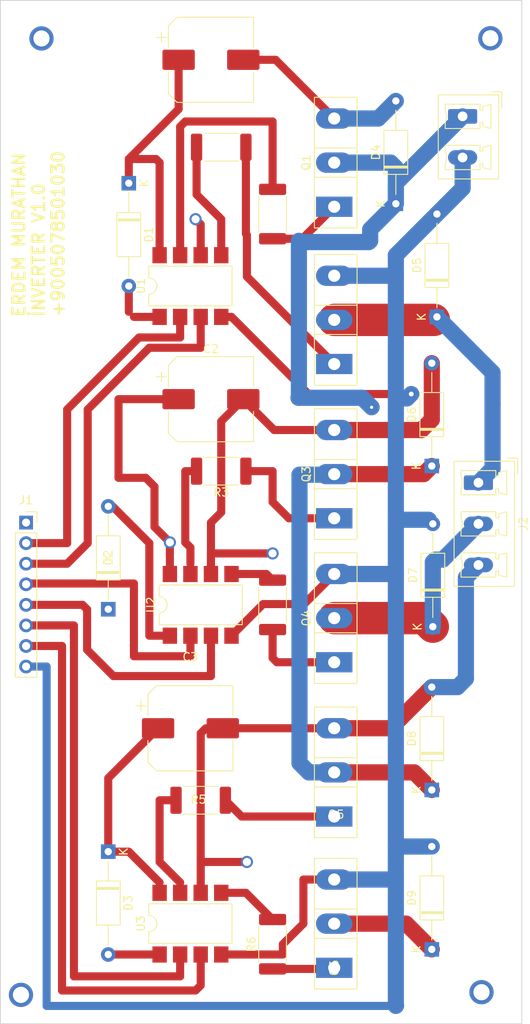
<source format=kicad_pcb>
(kicad_pcb (version 20221018) (generator pcbnew)
  (layers (0 "F.Cu" mixed "1.layer.Cu") (1 "In1.Cu" mixed "2.layer.Cu") (2 "In2.Cu" mixed "3.layer.Cu") (31 "B.Cu" mixed "4.layer.Cu") (34 "B.Paste" user) (35 "F.Paste" user) (36 "B.SilkS" user "B.Silkscreen") (37 "F.SilkS" user "F.Silkscreen") (38 "B.Mask" user) (39 "F.Mask" user) (44 "Edge.Cuts" user))
  (net 0 "")
  (net 1 "Net-(D1-K)")
  (net 2 "PHASE_1")
  (net 3 "Net-(D2-K)")
  (net 4 "PHASE_2")
  (net 5 "Net-(D3-K)")
  (net 6 "12V")
  (net 7 "48V")
  (net 8 "H_1")
  (net 9 "L_1")
  (net 10 "H_2")
  (net 11 "L_2")
  (net 12 "H_3")
  (net 13 "L_3")
  (net 14 "INPUT_3")
  (net 15 "INPUT_4")
  (net 16 "INPUT_5")
  (net 17 "INPUT_6")
  (net 18 "INPUT_1")
  (net 19 "INPUT_2")
  (net 20 "Net-(U1-HO)")
  (net 21 "Net-(U1-LO)")
  (net 22 "Net-(U2-HO)")
  (net 23 "Net-(U3-HO)")
  (net 24 "GND")
  (net 25 "Net-(U2-LO)")
  (net 26 "PHASE_3")
  (footprint "Package_TO_SOT_THT:TO-247-3_Vertical" (layer "F.Cu") (at 137.795 62.695 90)
    (fp_text reference "Q1" (at 5.45 -3.45 90) (layer "F.SilkS"))
    (fp_text value "IRF740" hide)
    (pad "1" thru_hole rect (at 0 0 90) (size 2.5 4.5) (drill 1.5) (layers "*.Cu" "*.Mask") (net 18 "INPUT_1"))
    (pad "2" thru_hole oval (at 5.45 0 90) (size 2.5 4.5) (drill 1.5) (layers "*.Cu" "*.Mask") (net 7 "48V"))
    (pad "3" thru_hole oval (at 10.9 0 90) (size 2.5 4.5) (drill 1.5) (layers "*.Cu" "*.Mask") (net 2 "PHASE_1"))
  )
  (footprint "Package_TO_SOT_THT:TO-247-3_Vertical" (layer "F.Cu") (at 137.795 137.995 90)
    (fp_text reference "Q5" (at 0.2525 0.24) (layer "F.SilkS"))
    (fp_text value "IRF740" hide)
    (pad "1" thru_hole rect (at 0 0 90) (size 2.5 4.5) (drill 1.5) (layers "*.Cu" "*.Mask") (net 16 "INPUT_5"))
    (pad "2" thru_hole oval (at 5.45 0 90) (size 2.5 4.5) (drill 1.5) (layers "*.Cu" "*.Mask") (net 7 "48V"))
    (pad "3" thru_hole oval (at 10.9 0 90) (size 2.5 4.5) (drill 1.5) (layers "*.Cu" "*.Mask") (net 26 "PHASE_3"))
  )
  (footprint "Connector_PinSocket_2.54mm:PinSocket_1x08_P2.54mm_Vertical" (layer "F.Cu") (at 99.695 101.695)
    (fp_text reference "J1" (at 0 -2.77) (layer "F.SilkS"))
    (fp_text value "Conn_01x08" hide)
    (pad "1" thru_hole rect (at 0 0) (size 1.7 1.7) (drill 1) (layers "*.Cu" "*.Mask") (net 6 "12V"))
    (pad "2" thru_hole oval (at 0 2.54) (size 1.7 1.7) (drill 1) (layers "*.Cu" "*.Mask") (net 8 "H_1"))
    (pad "3" thru_hole oval (at 0 5.08) (size 1.7 1.7) (drill 1) (layers "*.Cu" "*.Mask") (net 9 "L_1"))
    (pad "4" thru_hole oval (at 0 7.62) (size 1.7 1.7) (drill 1) (layers "*.Cu" "*.Mask") (net 10 "H_2"))
    (pad "5" thru_hole oval (at 0 10.16) (size 1.7 1.7) (drill 1) (layers "*.Cu" "*.Mask") (net 11 "L_2"))
    (pad "6" thru_hole oval (at 0 12.7) (size 1.7 1.7) (drill 1) (layers "*.Cu" "*.Mask") (net 12 "H_3"))
    (pad "7" thru_hole oval (at 0 15.24) (size 1.7 1.7) (drill 1) (layers "*.Cu" "*.Mask") (net 13 "L_3"))
    (pad "8" thru_hole oval (at 0 17.78) (size 1.7 1.7) (drill 1) (layers "*.Cu" "*.Mask") (net 24 "GND"))
  )
  (footprint "Diode_THT:D_A-405_P12.70mm_Horizontal" (layer "F.Cu") (at 149.987 114.554 90)
    (fp_text reference "D7" (at 6.35 -2.47 90) (layer "F.SilkS"))
    (fp_text value "1N47xxA")
    (fp_text user "K" (at 0 -1.9 90) (layer "F.SilkS"))
    (pad "1" thru_hole rect (at 0 0 90) (size 1.8 1.8) (drill 0.9) (layers "*.Cu" "*.Mask") (net 4 "PHASE_2"))
    (pad "2" thru_hole oval (at 12.7 0 90) (size 1.8 1.8) (drill 0.9) (layers "*.Cu" "*.Mask") (net 24 "GND"))
  )
  (footprint "Resistor_SMD:R_2512_6332Metric_Pad1.40x3.35mm_HandSolder" (layer "F.Cu") (at 130.175 111.855 90)
    (fp_text reference "R4" hide)
    (fp_text value "10")
    (pad "1" smd roundrect (at -3.05 0 90) (size 1.4 3.35) (layers "F.Cu" "F.Paste" "F.Mask") (roundrect_rratio 0.1785707143) (net 15 "INPUT_4"))
    (pad "2" smd roundrect (at 3.05 0 90) (size 1.4 3.35) (layers "F.Cu" "F.Paste" "F.Mask") (roundrect_rratio 0.1785707143) (net 25 "Net-(U2-LO)"))
  )
  (footprint "Diode_THT:D_A-405_P12.70mm_Horizontal" (layer "F.Cu") (at 149.86 154.4 90)
    (fp_text reference "D9" (at 6.35 -2.47 90) (layer "F.SilkS"))
    (fp_text value "1N47xxA")
    (fp_text user "K" (at 0 -1.9 90) (layer "F.SilkS"))
    (pad "1" thru_hole rect (at 0 0 90) (size 1.8 1.8) (drill 0.9) (layers "*.Cu" "*.Mask") (net 26 "PHASE_3"))
    (pad "2" thru_hole oval (at 12.7 0 90) (size 1.8 1.8) (drill 0.9) (layers "*.Cu" "*.Mask") (net 24 "GND"))
  )
  (footprint "Resistor_SMD:R_2512_6332Metric_Pad1.40x3.35mm_HandSolder" (layer "F.Cu") (at 130.175 153.765 90)
    (fp_text reference "R6" (at 0 -2.62 90) (layer "F.SilkS"))
    (fp_text value "10")
    (pad "1" smd roundrect (at -3.05 0 90) (size 1.4 3.35) (layers "F.Cu" "F.Paste" "F.Mask") (roundrect_rratio 0.1785707143) (net 17 "INPUT_6"))
    (pad "2" smd roundrect (at 3.05 0 90) (size 1.4 3.35) (layers "F.Cu" "F.Paste" "F.Mask") (roundrect_rratio 0.1785707143) (net 26 "PHASE_3"))
  )
  (footprint "Package_TO_SOT_THT:TO-247-3_Vertical" (layer "F.Cu") (at 137.795 101.165 90)
    (fp_text reference "Q3" (at 5.45 -3.45 90) (layer "F.SilkS"))
    (fp_text value "IRF740" hide)
    (pad "1" thru_hole rect (at 0 0 90) (size 2.5 4.5) (drill 1.5) (layers "*.Cu" "*.Mask") (net 14 "INPUT_3"))
    (pad "2" thru_hole oval (at 5.45 0 90) (size 2.5 4.5) (drill 1.5) (layers "*.Cu" "*.Mask") (net 7 "48V"))
    (pad "3" thru_hole oval (at 10.9 0 90) (size 2.5 4.5) (drill 1.5) (layers "*.Cu" "*.Mask") (net 4 "PHASE_2"))
  )
  (footprint "Diode_THT:D_A-405_P12.70mm_Horizontal" (layer "F.Cu") (at 149.86 134.715 90)
    (fp_text reference "D8" (at 6.35 -2.47 90) (layer "F.SilkS"))
    (fp_text value "1N47xxA")
    (fp_text user "K" (at 0 -1.9 90) (layer "F.SilkS"))
    (pad "1" thru_hole rect (at 0 0 90) (size 1.8 1.8) (drill 0.9) (layers "*.Cu" "*.Mask") (net 7 "48V"))
    (pad "2" thru_hole oval (at 12.7 0 90) (size 1.8 1.8) (drill 0.9) (layers "*.Cu" "*.Mask") (net 26 "PHASE_3"))
  )
  (footprint "Package_TO_SOT_THT:TO-247-3_Vertical" (layer "F.Cu") (at 137.795 118.945 90)
    (fp_text reference "Q4" (at 5.45 -3.45 90) (layer "F.SilkS"))
    (fp_text value "IRF740")
    (pad "1" thru_hole rect (at 0 0 90) (size 2.5 4.5) (drill 1.5) (layers "*.Cu" "*.Mask") (net 15 "INPUT_4"))
    (pad "2" thru_hole oval (at 5.45 0 90) (size 2.5 4.5) (drill 1.5) (layers "*.Cu" "*.Mask") (net 4 "PHASE_2"))
    (pad "3" thru_hole oval (at 10.9 0 90) (size 2.5 4.5) (drill 1.5) (layers "*.Cu" "*.Mask") (net 24 "GND"))
  )
  (footprint "Capacitor_SMD:CP_Elec_10x10" (layer "F.Cu") (at 120.015 127.095)
    (fp_text reference "C3" (at 0 -8.8) (layer "F.SilkS"))
    (fp_text value "0.1u")
    (pad "1" smd roundrect (at -4 0) (size 4 2.5) (layers "F.Cu" "F.Paste" "F.Mask") (roundrect_rratio 0.1) (net 5 "Net-(D3-K)"))
    (pad "2" smd roundrect (at 4 0) (size 4 2.5) (layers "F.Cu" "F.Paste" "F.Mask") (roundrect_rratio 0.1) (net 26 "PHASE_3"))
  )
  (footprint "Resistor_SMD:R_2512_6332Metric_Pad1.40x3.35mm_HandSolder" (layer "F.Cu") (at 123.825 95.345 180)
    (fp_text reference "R3" (at 0 -2.62) (layer "F.SilkS"))
    (fp_text value "10")
    (pad "1" smd roundrect (at -3.05 0 180) (size 1.4 3.35) (layers "F.Cu" "F.Paste" "F.Mask") (roundrect_rratio 0.1785707143) (net 14 "INPUT_3"))
    (pad "2" smd roundrect (at 3.05 0 180) (size 1.4 3.35) (layers "F.Cu" "F.Paste" "F.Mask") (roundrect_rratio 0.1785707143) (net 22 "Net-(U2-HO)"))
  )
  (footprint "Package_TO_SOT_THT:TO-247-3_Vertical" (layer "F.Cu") (at 137.795 156.675 90)
    (fp_text reference "Q6" (at 0 0 90) (layer "F.SilkS"))
    (fp_text value "IRF740")
    (pad "1" thru_hole rect (at 0 0 90) (size 2.5 4.5) (drill 1.5) (layers "*.Cu" "*.Mask") (net 17 "INPUT_6"))
    (pad "2" thru_hole oval (at 5.45 0 90) (size 2.5 4.5) (drill 1.5) (layers "*.Cu" "*.Mask") (net 26 "PHASE_3"))
    (pad "3" thru_hole oval (at 10.9 0 90) (size 2.5 4.5) (drill 1.5) (layers "*.Cu" "*.Mask") (net 24 "GND"))
  )
  (footprint "Package_DIP:SMDIP-8_W7.62mm" (layer "F.Cu") (at 120.015 151.225 90)
    (fp_text reference "U3" (at 0 -6.14 90) (layer "F.SilkS"))
    (fp_text value "IR2101" hide)
    (pad "1" smd rect (at -3.81 -3.81 90) (size 2 1.78) (layers "F.Cu" "F.Paste" "F.Mask") (net 6 "12V"))
    (pad "2" smd rect (at -3.81 -1.27 90) (size 2 1.78) (layers "F.Cu" "F.Paste" "F.Mask") (net 12 "H_3"))
    (pad "3" smd rect (at -3.81 1.27 90) (size 2 1.78) (layers "F.Cu" "F.Paste" "F.Mask") (net 13 "L_3"))
    (pad "4" smd rect (at -3.81 3.81 90) (size 2 1.78) (layers "F.Cu" "F.Paste" "F.Mask") (net 24 "GND"))
    (pad "5" smd rect (at 3.81 3.81 90) (size 2 1.78) (layers "F.Cu" "F.Paste" "F.Mask") (net 26 "PHASE_3"))
    (pad "6" smd rect (at 3.81 1.27 90) (size 2 1.78) (layers "F.Cu" "F.Paste" "F.Mask") (net 26 "PHASE_3"))
    (pad "7" smd rect (at 3.81 -1.27 90) (size 2 1.78) (layers "F.Cu" "F.Paste" "F.Mask") (net 23 "Net-(U3-HO)"))
    (pad "8" smd rect (at 3.81 -3.81 90) (size 2 1.78) (layers "F.Cu" "F.Paste" "F.Mask") (net 5 "Net-(D3-K)"))
  )
  (footprint "Connector_Phoenix_MC_HighVoltage:PhoenixContact_MCV_1,5_3-G-5.08_1x03_P5.08mm_Vertical" (layer "F.Cu") (at 155.6258 96.774 -90)
    (fp_text reference "J2" (at 5.08 -5.55 90) (layer "F.SilkS"))
    (fp_text value "~" hide)
    (pad "1" thru_hole roundrect (at 0 0 270) (size 1.8 3.6) (drill 1.2) (layers "*.Cu" "*.Mask") (roundrect_rratio 0.1388888889) (net 2 "PHASE_1"))
    (pad "2" thru_hole oval (at 5.08 0 270) (size 1.8 3.6) (drill 1.2) (layers "*.Cu" "*.Mask") (net 4 "PHASE_2"))
    (pad "3" thru_hole oval (at 10.16 0 270) (size 1.8 3.6) (drill 1.2) (layers "*.Cu" "*.Mask") (net 26 "PHASE_3"))
  )
  (footprint "Connector_Phoenix_MC_HighVoltage:PhoenixContact_MCV_1,5_2-G-5.08_1x02_P5.08mm_Vertical" (layer "F.Cu") (at 153.67 51.53 -90)
    (fp_text reference "J3" hide)
    (fp_text value "~")
    (pad "1" thru_hole roundrect (at 0 0 270) (size 1.8 3.6) (drill 1.2) (layers "*.Cu" "*.Mask") (roundrect_rratio 0.1388888889) (net 7 "48V"))
    (pad "2" thru_hole oval (at 5.08 0 270) (size 1.8 3.6) (drill 1.2) (layers "*.Cu" "*.Mask") (net 24 "GND"))
  )
  (footprint "Diode_THT:D_A-405_P12.70mm_Horizontal" (layer "F.Cu") (at 150.495 76.295 90)
    (fp_text reference "D5" (at 6.35 -2.47 90) (layer "F.SilkS"))
    (fp_text value "1N47xxA")
    (fp_text user "K" (at 0 -1.9 90) (layer "F.SilkS"))
    (pad "1" thru_hole rect (at 0 0 90) (size 1.8 1.8) (drill 0.9) (layers "*.Cu" "*.Mask") (net 2 "PHASE_1"))
    (pad "2" thru_hole oval (at 12.7 0 90) (size 1.8 1.8) (drill 0.9) (layers "*.Cu" "*.Mask") (net 24 "GND"))
  )
  (footprint "Resistor_SMD:R_2512_6332Metric_Pad1.40x3.35mm_HandSolder" (layer "F.Cu") (at 121.285 135.985 180)
    (fp_text reference "R5" (at 0.2925 0.09) (layer "F.SilkS"))
    (fp_text value "10")
    (pad "1" smd roundrect (at -3.05 0 180) (size 1.4 3.35) (layers "F.Cu" "F.Paste" "F.Mask") (roundrect_rratio 0.1785707143) (net 16 "INPUT_5"))
    (pad "2" smd roundrect (at 3.05 0 180) (size 1.4 3.35) (layers "F.Cu" "F.Paste" "F.Mask") (roundrect_rratio 0.1785707143) (net 23 "Net-(U3-HO)"))
  )
  (footprint "Diode_THT:D_A-405_P12.70mm_Horizontal" (layer "F.Cu") (at 145.415 62.325 90)
    (fp_text reference "D4" (at 6.35 -2.47 90) (layer "F.SilkS"))
    (fp_text value "1N47xxA" hide)
    (fp_text user "K" (at 0 -1.9 90) (layer "F.SilkS"))
    (pad "1" thru_hole rect (at 0 0 90) (size 1.8 1.8) (drill 0.9) (layers "*.Cu" "*.Mask") (net 7 "48V"))
    (pad "2" thru_hole oval (at 12.7 0 90) (size 1.8 1.8) (drill 0.9) (layers "*.Cu" "*.Mask") (net 2 "PHASE_1"))
  )
  (footprint "Diode_THT:D_A-405_P12.70mm_Horizontal" (layer "F.Cu") (at 109.855 142.335 -90)
    (fp_text reference "D3" (at 6.35 -2.47 90) (layer "F.SilkS"))
    (fp_text value "1N47xxA")
    (fp_text user "K" (at 0 -1.9 90) (layer "F.SilkS"))
    (pad "1" thru_hole rect (at 0 0 270) (size 1.8 1.8) (drill 0.9) (layers "*.Cu" "*.Mask") (net 5 "Net-(D3-K)"))
    (pad "2" thru_hole oval (at 12.7 0 270) (size 1.8 1.8) (drill 0.9) (layers "*.Cu" "*.Mask") (net 6 "12V"))
  )
  (footprint "Resistor_SMD:R_2512_6332Metric_Pad1.40x3.35mm_HandSolder" (layer "F.Cu") (at 130.175 63.595 90)
    (fp_text reference "R1" hide)
    (fp_text value "10" hide)
    (pad "1" smd roundrect (at -3.05 0 90) (size 1.4 3.35) (layers "F.Cu" "F.Paste" "F.Mask") (roundrect_rratio 0.1785707143) (net 18 "INPUT_1"))
    (pad "2" smd roundrect (at 3.05 0 90) (size 1.4 3.35) (layers "F.Cu" "F.Paste" "F.Mask") (roundrect_rratio 0.1785707143) (net 20 "Net-(U1-HO)"))
  )
  (footprint "Diode_THT:D_A-405_P12.70mm_Horizontal" (layer "F.Cu") (at 109.855 112.395 90)
    (fp_text reference "D2" (at 6.35 0 90) (layer "F.SilkS"))
    (fp_text value "1N47xxA")
    (fp_text user "K" (at 6.35 0.005 90) (layer "F.SilkS"))
    (pad "1" thru_hole rect (at 0 0 90) (size 1.8 1.8) (drill 0.9) (layers "*.Cu" "*.Mask") (net 3 "Net-(D2-K)"))
    (pad "2" thru_hole oval (at 12.7 0 90) (size 1.8 1.8) (drill 0.9) (layers "*.Cu" "*.Mask") (net 6 "12V"))
  )
  (footprint "Resistor_SMD:R_2512_6332Metric_Pad1.40x3.35mm_HandSolder" (layer "F.Cu") (at 123.825 55.34 180)
    (fp_text reference "R2" hide)
    (fp_text value "10")
    (pad "1" smd roundrect (at -3.05 0 180) (size 1.4 3.35) (layers "F.Cu" "F.Paste" "F.Mask") (roundrect_rratio 0.1785707143) (net 19 "INPUT_2"))
    (pad "2" smd roundrect (at 3.05 0 180) (size 1.4 3.35) (layers "F.Cu" "F.Paste" "F.Mask") (roundrect_rratio 0.1785707143) (net 21 "Net-(U1-LO)"))
  )
  (footprint "Capacitor_SMD:CP_Elec_10x10" (layer "F.Cu") (at 122.555 44.545)
    (fp_text reference "C1" hide)
    (fp_text value "0.1u")
    (pad "1" smd roundrect (at -4 0) (size 4 2.5) (layers "F.Cu" "F.Paste" "F.Mask") (roundrect_rratio 0.1) (net 1 "Net-(D1-K)"))
    (pad "2" smd roundrect (at 4 0) (size 4 2.5) (layers "F.Cu" "F.Paste" "F.Mask") (roundrect_rratio 0.1) (net 2 "PHASE_1"))
  )
  (footprint "Capacitor_SMD:CP_Elec_10x10" (layer "F.Cu") (at 122.555 86.455)
    (fp_text reference "C2" (at 0 -6.2) (layer "F.SilkS"))
    (fp_text value "0.1u")
    (pad "1" smd roundrect (at -4 0) (size 4 2.5) (layers "F.Cu" "F.Paste" "F.Mask") (roundrect_rratio 0.1) (net 3 "Net-(D2-K)"))
    (pad "2" smd roundrect (at 4 0) (size 4 2.5) (layers "F.Cu" "F.Paste" "F.Mask") (roundrect_rratio 0.1) (net 4 "PHASE_2"))
  )
  (footprint "Package_DIP:SMDIP-8_W7.62mm" (layer "F.Cu") (at 121.285 111.855 90)
    (fp_text reference "U2" (at 0 -6.14 90) (layer "F.SilkS"))
    (fp_text value "IR2101")
    (pad "1" smd rect (at -3.81 -3.81 90) (size 2 1.78) (layers "F.Cu" "F.Paste" "F.Mask") (net 6 "12V"))
    (pad "2" smd rect (at -3.81 -1.27 90) (size 2 1.78) (layers "F.Cu" "F.Paste" "F.Mask") (net 10 "H_2"))
    (pad "3" smd rect (at -3.81 1.27 90) (size 2 1.78) (layers "F.Cu" "F.Paste" "F.Mask") (net 11 "L_2"))
    (pad "4" smd rect (at -3.81 3.81 90) (size 2 1.78) (layers "F.Cu" "F.Paste" "F.Mask") (net 24 "GND"))
    (pad "5" smd rect (at 3.81 3.81 90) (size 2 1.78) (layers "F.Cu" "F.Paste" "F.Mask") (net 25 "Net-(U2-LO)"))
    (pad "6" smd rect (at 3.81 1.27 90) (size 2 1.78) (layers "F.Cu" "F.Paste" "F.Mask") (net 4 "PHASE_2"))
    (pad "7" smd rect (at 3.81 -1.27 90) (size 2 1.78) (layers "F.Cu" "F.Paste" "F.Mask") (net 22 "Net-(U2-HO)"))
    (pad "8" smd rect (at 3.81 -3.81 90) (size 2 1.78) (layers "F.Cu" "F.Paste" "F.Mask") (net 3 "Net-(D2-K)"))
  )
  (footprint "Diode_THT:D_A-405_P12.70mm_Horizontal" (layer "F.Cu") (at 112.395 59.785 -90)
    (fp_text reference "D1" (at 6.35 -2.47 -90) (layer "F.SilkS"))
    (fp_text value "1N47xxA")
    (fp_text user "K" (at 0 -1.9 -90) (layer "F.SilkS"))
    (pad "1" thru_hole rect (at 0 0 270) (size 1.8 1.8) (drill 0.9) (layers "*.Cu" "*.Mask") (net 1 "Net-(D1-K)"))
    (pad "2" thru_hole oval (at 12.7 0 270) (size 1.8 1.8) (drill 0.9) (layers "*.Cu" "*.Mask") (net 6 "12V"))
  )
  (footprint "Package_DIP:SMDIP-8_W7.62mm" (layer "F.Cu") (at 120.015 72.485 90)
    (fp_text reference "U1" (at 0 -6.14 90) (layer "F.SilkS"))
    (fp_text value "IR2101")
    (pad "1" smd rect (at -3.81 -3.81 90) (size 2 1.78) (layers "F.Cu" "F.Paste" "F.Mask") (net 6 "12V"))
    (pad "2" smd rect (at -3.81 -1.27 90) (size 2 1.78) (layers "F.Cu" "F.Paste" "F.Mask") (net 8 "H_1"))
    (pad "3" smd rect (at -3.81 1.27 90) (size 2 1.78) (layers "F.Cu" "F.Paste" "F.Mask") (net 9 "L_1"))
    (pad "4" smd rect (at -3.81 3.81 90) (size 2 1.78) (layers "F.Cu" "F.Paste" "F.Mask") (net 24 "GND"))
    (pad "5" smd rect (at 3.81 3.81 90) (size 2 1.78) (layers "F.Cu" "F.Paste" "F.Mask") (net 21 "Net-(U1-LO)"))
    (pad "6" smd rect (at 3.81 1.27 90) (size 2 1.78) (layers "F.Cu" "F.Paste" "F.Mask") (net 2 "PHASE_1"))
    (pad "7" smd rect (at 3.81 -1.27 90) (size 2 1.78) (layers "F.Cu" "F.Paste" "F.Mask") (net 20 "Net-(U1-HO)"))
    (pad "8" smd rect (at 3.81 -3.81 90) (size 2 1.78) (layers "F.Cu" "F.Paste" "F.Mask") (net 1 "Net-(D1-K)"))
  )
  (footprint "Diode_THT:D_A-405_P12.70mm_Horizontal" (layer "F.Cu") (at 149.86 94.71 90)
    (fp_text reference "D6" (at 6.35 -2.47 90) (layer "F.SilkS"))
    (fp_text value "1N47xxA")
    (fp_text user "K" (at 0 -1.9 90) (layer "F.SilkS"))
    (pad "1" thru_hole rect (at 0 0 90) (size 1.8 1.8) (drill 0.9) (layers "*.Cu" "*.Mask") (net 7 "48V"))
    (pad "2" thru_hole oval (at 12.7 0 90) (size 1.8 1.8) (drill 0.9) (layers "*.Cu" "*.Mask") (net 4 "PHASE_2"))
  )
  (footprint "Package_TO_SOT_THT:TO-247-3_Vertical" (layer "F.Cu") (at 137.795 82.115 90)
    (fp_text reference "Q2" hide)
    (fp_text value "IRF740" hide)
    (pad "1" thru_hole rect (at 0 0 90) (size 2.5 4.5) (drill 1.5) (layers "*.Cu" "*.Mask") (net 19 "INPUT_2"))
    (pad "2" thru_hole oval (at 5.45 0 90) (size 2.5 4.5) (drill 1.5) (layers "*.Cu" "*.Mask") (net 2 "PHASE_1"))
    (pad "3" thru_hole oval (at 10.9 0 90) (size 2.5 4.5) (drill 1.5) (layers "*.Cu" "*.Mask") (net 24 "GND"))
  )
  (gr_rect (start 96.52 37.211) (end 160.9852 163.576) (stroke (width 0.1)) (fill none) (layer "Edge.Cuts"))
  (gr_text "ERDEM MURATHAN \nİNVERTER V1.0\n+9005078501030" (at 104.521 76.454 90) (layer "F.SilkS") (effects (font (size 1.5 1.5) (thickness 0.3) bold) (justify left bottom)))
  (via (at 157.099 41.8846) (size 3) (drill 2) (layers "F.Cu" "B.Cu") (net 0))
  (via (at 156.0068 159.6898) (size 3) (drill 2) (layers "F.Cu" "B.Cu") (net 0))
  (via (at 101.6 41.91) (size 3) (drill 2) (layers "F.Cu" "B.Cu") (net 0))
  (via (at 99.06 160.02) (size 3) (drill 2) (layers "F.Cu" "B.Cu") (net 0))
  (segment (start 116.205 68.675) (end 116.205 57.245) (width 1) (layer "F.Cu") (net 1))
  (segment (start 115.7575 56.7975) (end 116.205 57.245) (width 1) (layer "F.Cu") (net 1))
  (segment (start 112.395 56.7975) (end 115.7575 56.7975) (width 1) (layer "F.Cu") (net 1))
  (segment (start 112.395 59.785) (end 112.395 56.7975) (width 1) (layer "F.Cu") (net 1))
  (segment (start 112.395 56.7975) (end 118.555 50.6375) (width 1) (layer "F.Cu") (net 1))
  (segment (start 118.555 50.6375) (end 118.555 44.545) (width 1) (layer "F.Cu") (net 1))
  (segment (start 126.555 44.545) (end 126.365 44.545) (width 0.25) (layer "F.Cu") (net 2))
  (segment (start 121.285 68.675) (end 121.285 64.865) (width 1) (layer "F.Cu") (net 2))
  (segment (start 150.125 76.665) (end 150.495 76.295) (width 2) (layer "F.Cu") (net 2))
  (segment (start 121.285 64.865) (end 120.65 64.23) (width 1) (layer "F.Cu") (net 2))
  (segment (start 130.545 44.545) (end 137.795 51.795) (width 1) (layer "F.Cu") (net 2))
  (segment (start 137.795 76.665) (end 150.125 76.665) (width 4) (layer "F.Cu") (net 2))
  (segment (start 126.555 44.545) (end 130.545 44.545) (width 1) (layer "F.Cu") (net 2))
  (via (at 120.65 64.23) (size 1.5) (drill 1) (layers "F.Cu" "B.Cu") (net 2))
  (segment (start 137.795 51.795) (end 143.245 51.795) (width 2) (layer "B.Cu") (net 2))
  (segment (start 157.3725 83.1725) (end 157.3725 87.09) (width 2) (layer "B.Cu") (net 2))
  (segment (start 157.3725 95.0273) (end 155.6258 96.774) (width 2) (layer "B.Cu") (net 2))
  (segment (start 157.3725 86.9825) (end 157.3725 95.0273) (width 2) (layer "B.Cu") (net 2))
  (segment (start 143.245 51.795) (end 145.415 49.625) (width 2) (layer "B.Cu") (net 2))
  (segment (start 150.495 76.295) (end 157.3725 83.1725) (width 2) (layer "B.Cu") (net 2))
  (segment (start 117.475 104.14) (end 117.475 108.045) (width 1) (layer "F.Cu") (net 3))
  (segment (start 111.125 86.455) (end 118.555 86.455) (width 1) (layer "F.Cu") (net 3))
  (segment (start 115.57 102.235) (end 115.57 97.25) (width 1) (layer "F.Cu") (net 3))
  (segment (start 115.57 97.25) (end 114.4875 96.1675) (width 1) (layer "F.Cu") (net 3))
  (segment (start 111.125 96.1675) (end 111.125 86.455) (width 1) (layer "F.Cu") (net 3))
  (segment (start 114.4875 96.1675) (end 111.125 96.1675) (width 1) (layer "F.Cu") (net 3))
  (segment (start 117.475 104.14) (end 115.57 102.235) (width 1) (layer "F.Cu") (net 3))
  (via (at 117.475 104.14) (size 1.5) (drill 1) (layers "F.Cu" "B.Cu") (net 3))
  (segment (start 122.555 101.695) (end 122.555 108.045) (width 1) (layer "F.Cu") (net 4))
  (segment (start 123.825 100.425) (end 122.555 101.695) (width 1) (layer "F.Cu") (net 4))
  (segment (start 130.365 90.265) (end 137.795 90.265) (width 1) (layer "F.Cu") (net 4))
  (segment (start 137.795 113.495) (end 148.928 113.495) (width 4) (layer "F.Cu") (net 4))
  (segment (start 123.825 89.185) (end 123.825 100.425) (width 1) (layer "F.Cu") (net 4))
  (segment (start 126.555 86.455) (end 130.365 90.265) (width 1) (layer "F.Cu") (net 4))
  (segment (start 137.795 90.265) (end 148.59 90.265) (width 2) (layer "F.Cu") (net 4))
  (segment (start 122.555 105.505) (end 130.175 105.505) (width 1) (layer "F.Cu") (net 4))
  (segment (start 149.86 88.995) (end 149.86 82.01) (width 2) (layer "F.Cu") (net 4))
  (segment (start 126.555 86.455) (end 123.825 89.185) (width 1) (layer "F.Cu") (net 4))
  (segment (start 148.59 90.265) (end 149.86 88.995) (width 2) (layer "F.Cu") (net 4))
  (segment (start 122.555 108.045) (end 122.555 105.505) (width 1) (layer "F.Cu") (net 4))
  (segment (start 148.928 113.495) (end 149.987 114.554) (width 4) (layer "F.Cu") (net 4))
  (via (at 130.175 105.505) (size 1.5) (drill 1) (layers "F.Cu" "B.Cu") (net 4))
  (segment (start 149.987 106.5784) (end 150.2918 106.2736) (width 2) (layer "B.Cu") (net 4))
  (segment (start 149.987 114.554) (end 149.987 106.5784) (width 2) (layer "B.Cu") (net 4))
  (segment (start 150.2918 106.2736) (end 151.2062 106.2736) (width 2) (layer "B.Cu") (net 4))
  (segment (start 151.2062 106.2736) (end 155.6258 101.854) (width 2) (layer "B.Cu") (net 4))
  (segment (start 116.015 127.095) (end 109.855 133.255) (width 1) (layer "F.Cu") (net 5))
  (segment (start 112.395 142.335) (end 116.205 146.145) (width 1) (layer "F.Cu") (net 5))
  (segment (start 109.855 133.255) (end 109.855 142.335) (width 1) (layer "F.Cu") (net 5))
  (segment (start 116.205 146.145) (end 116.205 147.415) (width 0.25) (layer "F.Cu") (net 5))
  (segment (start 109.855 142.335) (end 112.395 142.335) (width 1) (layer "F.Cu") (net 5))
  (segment (start 109.855 99.695) (end 110.395 99.695) (width 0.25) (layer "F.Cu") (net 6))
  (segment (start 114.935 115.665) (end 117.475 115.665) (width 1) (layer "F.Cu") (net 6))
  (segment (start 116.205 76.295) (end 113.03 76.295) (width 1) (layer "F.Cu") (net 6))
  (segment (start 110.395 99.695) (end 114.935 104.235) (width 1) (layer "F.Cu") (net 6))
  (segment (start 114.935 104.235) (end 114.935 115.665) (width 1) (layer "F.Cu") (net 6))
  (segment (start 116.205 155.035) (end 109.855 155.035) (width 1) (layer "F.Cu") (net 6))
  (segment (start 113.03 76.295) (end 112.395 75.66) (width 0.25) (layer "F.Cu") (net 6))
  (segment (start 112.395 75.66) (end 112.395 72.485) (width 1) (layer "F.Cu") (net 6))
  (segment (start 148.855 95.715) (end 149.86 94.71) (width 2) (layer "F.Cu") (net 7))
  (segment (start 137.795 95.715) (end 148.855 95.715) (width 2) (layer "F.Cu") (net 7))
  (segment (start 147.69 132.545) (end 149.86 134.715) (width 2) (layer "F.Cu") (net 7))
  (segment (start 137.795 132.545) (end 147.69 132.545) (width 2) (layer "F.Cu") (net 7))
  (via (at 142.4178 87.4522) (size 0.8) (drill 0.4) (layers "F.Cu" "B.Cu") (net 7))
  (segment (start 145.415 61.69) (end 145.415 62.325) (width 0.25) (layer "B.Cu") (net 7))
  (segment (start 133.5786 67.056) (end 133.4262 66.9036) (width 2) (layer "B.Cu") (net 7))
  (segment (start 133.4262 66.9036) (end 133.4262 86.233) (width 2) (layer "B.Cu") (net 7))
  (segment (start 145.415 57.88) (end 145.415 62.325) (width 2) (layer "B.Cu") (net 7))
  (segment (start 133.5024 95.7834) (end 137.7266 95.7834) (width 2) (layer "B.Cu") (net 7))
  (segment (start 153.67 51.53) (end 145.415 59.785) (width 2) (layer "B.Cu") (net 7))
  (segment (start 142.24 65.5) (end 142.24 66.9036) (width 2) (layer "B.Cu") (net 7))
  (segment (start 145.415 59.785) (end 145.415 61.69) (width 2) (layer "B.Cu") (net 7))
  (segment (start 142.24 66.9036) (end 142.0876 67.056) (width 2) (layer "B.Cu") (net 7))
  (segment (start 133.5024 131.3942) (end 133.5024 95.7834) (width 2) (layer "B.Cu") (net 7))
  (segment (start 137.795 132.545) (end 134.6532 132.545) (width 2) (layer "B.Cu") (net 7))
  (segment (start 145.415 62.325) (end 142.24 65.5) (width 2) (layer "B.Cu") (net 7))
  (segment (start 134.6532 132.545) (end 133.5024 131.3942) (width 2) (layer "B.Cu") (net 7))
  (segment (start 137.7266 95.7834) (end 137.795 95.715) (width 2) (layer "B.Cu") (net 7))
  (segment (start 133.3754 86.2838) (end 141.2494 86.2838) (width 2) (layer "B.Cu") (net 7))
  (segment (start 144.78 57.245) (end 145.415 57.88) (width 2) (layer "B.Cu") (net 7))
  (segment (start 133.4262 86.233) (end 133.3754 86.2838) (width 2) (layer "B.Cu") (net 7))
  (segment (start 141.2494 86.2838) (end 142.4178 87.4522) (width 2) (layer "B.Cu") (net 7))
  (segment (start 137.795 57.245) (end 144.78 57.245) (width 2) (layer "B.Cu") (net 7))
  (segment (start 142.0876 67.056) (end 133.5786 67.056) (width 2) (layer "B.Cu") (net 7))
  (segment (start 104.775 104.235) (end 104.775 87.725) (width 1) (layer "F.Cu") (net 8))
  (segment (start 118.745 78.835) (end 118.745 76.295) (width 1) (layer "F.Cu") (net 8))
  (segment (start 99.695 104.235) (end 104.775 104.235) (width 1) (layer "F.Cu") (net 8))
  (segment (start 104.775 87.725) (end 106.045 86.455) (width 1) (layer "F.Cu") (net 8))
  (segment (start 113.665 78.835) (end 118.745 78.835) (width 1) (layer "F.Cu") (net 8))
  (segment (start 106.045 86.455) (end 113.665 78.835) (width 1) (layer "F.Cu") (net 8))
  (segment (start 107.315 104.235) (end 107.315 87.725) (width 1) (layer "F.Cu") (net 9))
  (segment (start 121.285 80.105) (end 121.285 76.295) (width 1) (layer "F.Cu") (net 9))
  (segment (start 114.935 80.105) (end 121.285 80.105) (width 1) (layer "F.Cu") (net 9))
  (segment (start 104.775 106.775) (end 107.315 104.235) (width 1) (layer "F.Cu") (net 9))
  (segment (start 107.315 87.725) (end 114.935 80.105) (width 1) (layer "F.Cu") (net 9))
  (segment (start 99.695 106.775) (end 104.775 106.775) (width 1) (layer "F.Cu") (net 9))
  (segment (start 120.015 118.205) (end 120.015 115.665) (width 1) (layer "F.Cu") (net 10))
  (segment (start 113.03 118.205) (end 120.015 118.205) (width 1) (layer "F.Cu") (net 10))
  (segment (start 99.695 109.315) (end 99.79 109.22) (width 1) (layer "F.Cu") (net 10))
  (segment (start 99.79 109.22) (end 113.03 109.22) (width 1) (layer "F.Cu") (net 10))
  (segment (start 113.03 109.22) (end 113.03 118.205) (width 1) (layer "F.Cu") (net 10))
  (segment (start 107.2388 112.4138) (end 106.68 111.855) (width 1) (layer "F.Cu") (net 11))
  (segment (start 110.49 120.65) (end 107.2388 117.3988) (width 1) (layer "F.Cu") (net 11))
  (segment (start 122.555 115.665) (end 122.555 120.65) (width 1) (layer "F.Cu") (net 11))
  (segment (start 107.2388 117.3988) (end 107.2388 112.4138) (width 1) (layer "F.Cu") (net 11))
  (segment (start 106.68 111.855) (end 99.695 111.855) (width 1) (layer "F.Cu") (net 11))
  (segment (start 122.555 120.65) (end 110.49 120.65) (width 1) (layer "F.Cu") (net 11))
  (segment (start 118.745 155.035) (end 118.745 157.734) (width 1) (layer "F.Cu") (net 12))
  (segment (start 105.6132 157.734) (end 105.6132 114.395) (width 1) (layer "F.Cu") (net 12))
  (segment (start 105.6132 114.395) (end 99.695 114.395) (width 1) (layer "F.Cu") (net 12))
  (segment (start 118.745 157.734) (end 105.6132 157.734) (width 1) (layer "F.Cu") (net 12))
  (segment (start 104.14 159.48) (end 104.14 116.935) (width 1) (layer "F.Cu") (net 13))
  (segment (start 121.285 158.845) (end 120.65 159.48) (width 1) (layer "F.Cu") (net 13))
  (segment (start 120.65 159.48) (end 104.14 159.48) (width 1) (layer "F.Cu") (net 13))
  (segment (start 121.285 155.035) (end 121.285 155.67) (width 0.25) (layer "F.Cu") (net 13))
  (segment (start 104.14 116.935) (end 99.695 116.935) (width 1) (layer "F.Cu") (net 13))
  (segment (start 121.285 155.035) (end 121.285 158.845) (width 1) (layer "F.Cu") (net 13))
  (segment (start 132.185 101.165) (end 137.795 101.165) (width 1) (layer "F.Cu") (net 14))
  (segment (start 130.175 99.155) (end 132.185 101.165) (width 1) (layer "F.Cu") (net 14))
  (segment (start 130.175 95.345) (end 130.175 99.155) (width 1) (layer "F.Cu") (net 14))
  (segment (start 126.875 95.345) (end 130.175 95.345) (width 1) (layer "F.Cu") (net 14))
  (segment (start 130.175 114.905) (end 130.175 118.415) (width 1) (layer "F.Cu") (net 15))
  (segment (start 130.175 118.415) (end 130.705 118.945) (width 1) (layer "F.Cu") (net 15))
  (segment (start 130.705 118.945) (end 137.795 118.945) (width 1) (layer "F.Cu") (net 15))
  (segment (start 126.345 137.995) (end 137.795 137.995) (width 1) (layer "F.Cu") (net 16))
  (segment (start 124.335 135.985) (end 126.345 137.995) (width 1) (layer "F.Cu") (net 16))
  (segment (start 130.175 156.815) (end 137.655 156.815) (width 1) (layer "F.Cu") (net 17))
  (segment (start 137.655 156.815) (end 137.795 156.675) (width 0.25) (layer "F.Cu") (net 17))
  (segment (start 133.845 66.645) (end 137.795 62.695) (width 1) (layer "F.Cu") (net 18))
  (segment (start 130.175 66.645) (end 133.845 66.645) (width 1) (layer "F.Cu") (net 18))
  (segment (start 127 71.32) (end 137.795 82.115) (width 1) (layer "F.Cu") (net 19))
  (segment (start 126.875 66.0401) (end 127 66.1651) (width 0.25) (layer "F.Cu") (net 19))
  (segment (start 127 66.1651) (end 127 71.32) (width 1) (layer "F.Cu") (net 19))
  (segment (start 126.875 55.34) (end 126.875 66.0401) (width 1) (layer "F.Cu") (net 19))
  (segment (start 119.38 52.165) (end 130.175 52.165) (width 1) (layer "F.Cu") (net 20))
  (segment (start 118.745 68.675) (end 118.745 52.8) (width 1) (layer "F.Cu") (net 20))
  (segment (start 118.745 52.8) (end 119.38 52.165) (width 1) (layer "F.Cu") (net 20))
  (segment (start 130.175 52.165) (end 130.175 60.545) (width 1) (layer "F.Cu") (net 20))
  (segment (start 120.775 55.34) (end 120.775 61.18) (width 1) (layer "F.Cu") (net 21))
  (segment (start 123.825 64.23) (end 123.825 68.675) (width 1) (layer "F.Cu") (net 21))
  (segment (start 120.775 61.18) (end 123.825 64.23) (width 1) (layer "F.Cu") (net 21))
  (segment (start 119.38 104.14) (end 120.015 104.775) (width 1) (layer "F.Cu") (net 22))
  (segment (start 120.015 104.775) (end 120.015 106.775) (width 1) (layer "F.Cu") (net 22))
  (segment (start 120.015 106.775) (end 120.015 108.045) (width 0.25) (layer "F.Cu") (net 22))
  (segment (start 120.775 95.345) (end 119.38 95.345) (width 1) (layer "F.Cu") (net 22))
  (segment (start 119.38 95.345) (end 119.38 104.14) (width 1) (layer "F.Cu") (net 22))
  (segment (start 118.745 146.145) (end 118.745 147.415) (width 0.25) (layer "F.Cu") (net 23))
  (segment (start 116.205 143.605) (end 118.745 146.145) (width 1) (layer "F.Cu") (net 23))
  (segment (start 118.235 135.985) (end 116.205 135.985) (width 1) (layer "F.Cu") (net 23))
  (segment (start 116.205 135.985) (end 116.205 143.605) (width 1) (layer "F.Cu") (net 23))
  (segment (start 133.985 111.855) (end 137.795 108.045) (width 1) (layer "F.Cu") (net 24))
  (segment (start 125.095 115.665) (end 129 111.76) (width 1) (layer "F.Cu") (net 24))
  (segment (start 133.985 145.775) (end 137.795 145.775) (width 1) (layer "F.Cu") (net 24))
  (segment (start 131.445 153.765) (end 133.985 151.225) (width 1) (layer "F.Cu") (net 24))
  (segment (start 125.095 76.295) (end 123.825 76.295) (width 1) (layer "F.Cu") (net 24))
  (segment (start 131.445 155.035) (end 131.445 153.765) (width 1) (layer "F.Cu") (net 24))
  (segment (start 133.985 151.225) (end 133.985 145.775) (width 1) (layer "F.Cu") (net 24))
  (segment (start 134.62 85.82) (end 125.095 76.295) (width 1) (layer "F.Cu") (net 24))
  (segment (start 136.525 71.215) (end 137.795 71.215) (width 0.25) (layer "F.Cu") (net 24))
  (segment (start 147.32 85.82) (end 134.62 85.82) (width 1) (layer "F.Cu") (net 24))
  (segment (start 133.89 111.76) (end 133.985 111.855) (width 1) (layer "F.Cu") (net 24))
  (segment (start 129 111.76) (end 133.89 111.76) (width 1) (layer "F.Cu") (net 24))
  (segment (start 123.825 155.035) (end 131.445 155.035) (width 1) (layer "F.Cu") (net 24))
  (via (at 147.32 85.82) (size 1.5) (drill 0.6) (layers "F.Cu" "B.Cu") (net 24))
  (segment (start 102.235 161.385) (end 102.235 119.475) (width 1) (layer "B.Cu") (net 24))
  (segment (start 150.495 63.595) (end 145.415 68.675) (width 2) (layer "B.Cu") (net 24))
  (segment (start 145.415 141.7) (end 145.415 108.045) (width 2) (layer "B.Cu") (net 24))
  (segment (start 145.415 108.045) (end 137.795 108.045) (width 2) (layer "B.Cu") (net 24))
  (segment (start 145.415 161.3662) (end 145.415 161.385) (width 2) (layer "B.Cu") (net 24))
  (segment (start 145.415 86.36) (end 145.415 101.346) (width 2) (layer "B.Cu") (net 24))
  (segment (start 145.415 86.36) (end 146.78 86.36) (width 2) (layer "B.Cu") (net 24))
  (segment (start 145.415 68.675) (end 145.415 71.215) (width 2) (layer "B.Cu") (net 24))
  (segment (start 145.4404 161.3408) (end 145.415 161.3662) (width 2) (layer "B.Cu") (net 24))
  (segment (start 137.795 145.775) (end 145.415 145.775) (width 2) (layer "B.Cu") (net 24))
  (segment (start 145.415 101.346) (end 149.479 101.346) (width 2) (layer "B.Cu") (net 24))
  (segment (start 102.235 119.475) (end 99.695 119.475) (width 1) (layer "B.Cu") (net 24))
  (segment (start 149.86 141.7) (end 145.415 141.7) (width 2) (layer "B.Cu") (net 24))
  (segment (start 145.415 101.346) (end 145.415 108.045) (width 2) (layer "B.Cu") (net 24))
  (segment (start 146.78 86.36) (end 147.32 85.82) (width 2) (layer "B.Cu") (net 24))
  (segment (start 145.415 143.605) (end 145.415 161.3154) (width 2) (layer "B.Cu") (net 24))
  (segment (start 153.67 60.42) (end 150.495 63.595) (width 2) (layer "B.Cu") (net 24))
  (segment (start 145.415 161.385) (end 102.235 161.385) (width 1) (layer "B.Cu") (net 24))
  (segment (start 145.415 143.605) (end 145.415 141.7) (width 2) (layer "B.Cu") (net 24))
  (segment (start 145.415 161.3154) (end 145.4404 161.3408) (width 2) (layer "B.Cu") (net 24))
  (segment (start 153.67 56.61) (end 153.67 60.42) (width 2) (layer "B.Cu") (net 24))
  (segment (start 145.415 71.215) (end 145.415 86.36) (width 2) (layer "B.Cu") (net 24))
  (segment (start 145.415 71.215) (end 137.795 71.215) (width 2) (layer "B.Cu") (net 24))
  (segment (start 129.415 108.045) (end 130.175 108.805) (width 1) (layer "F.Cu") (net 25))
  (segment (start 125.095 108.045) (end 129.415 108.045) (width 1) (layer "F.Cu") (net 25))
  (segment (start 124.015 127.095) (end 137.795 127.095) (width 1) (layer "F.Cu") (net 26))
  (segment (start 123.825 147.415) (end 126.875 147.415) (width 1) (layer "F.Cu") (net 26))
  (segment (start 146.685 151.225) (end 149.86 154.4) (width 2) (layer "F.Cu") (net 26))
  (segment (start 121.92 127.095) (end 121.285 127.73) (width 1) (layer "F.Cu") (net 26))
  (segment (start 121.317 143.605) (end 127 143.605) (width 1) (layer "F.Cu") (net 26))
  (segment (start 121.285 143.637) (end 121.317 143.605) (width 1) (layer "F.Cu") (net 26))
  (segment (start 137.795 127.095) (end 144.78 127.095) (width 2) (layer "F.Cu") (net 26))
  (segment (start 144.78 127.095) (end 149.86 122.015) (width 2) (layer "F.Cu") (net 26))
  (segment (start 121.285 127.73) (end 121.285 147.415) (width 1) (layer "F.Cu") (net 26))
  (segment (start 124.015 127.095) (end 121.92 127.095) (width 0.25) (layer "F.Cu") (net 26))
  (segment (start 137.795 151.225) (end 146.685 151.225) (width 2) (layer "F.Cu") (net 26))
  (segment (start 123.825 146.655) (end 123.825 147.415) (width 0.25) (layer "F.Cu") (net 26))
  (segment (start 126.875 147.415) (end 130.175 150.715) (width 1) (layer "F.Cu") (net 26))
  (segment (start 121.285 147.415) (end 121.285 143.637) (width 1) (layer "F.Cu") (net 26))
  (via (at 127 143.605) (size 1.5) (drill 1) (layers "F.Cu" "B.Cu") (net 26))
  (segment (start 153.035 122.015) (end 149.86 122.015) (width 2) (layer "B.Cu") (net 26))
  (segment (start 154.0764 108.4834) (end 154.0764 120.9736) (width 2) (layer "B.Cu") (net 26))
  (segment (start 155.6258 106.934) (end 154.0764 108.4834) (width 2) (layer "B.Cu") (net 26))
  (segment (start 154.0764 120.9736) (end 153.035 122.015) (width 2) (layer "B.Cu") (net 26))
)
</source>
